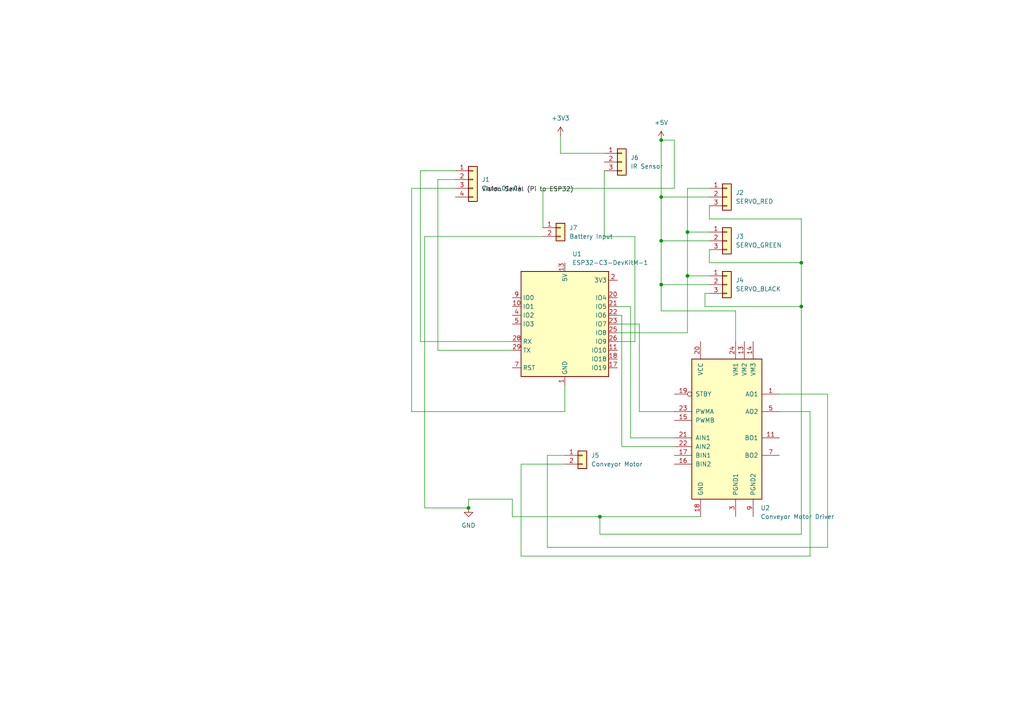
<source format=kicad_sch>
(kicad_sch
	(version 20250114)
	(generator "eeschema")
	(generator_version "9.0")
	(uuid "2ea2981c-c268-4788-bc0e-786f41fd616f")
	(paper "A4")
	(lib_symbols
		(symbol "Connector_Generic:Conn_01x02"
			(pin_names
				(offset 1.016)
				(hide yes)
			)
			(exclude_from_sim no)
			(in_bom yes)
			(on_board yes)
			(property "Reference" "J"
				(at 0 2.54 0)
				(effects
					(font
						(size 1.27 1.27)
					)
				)
			)
			(property "Value" "Conn_01x02"
				(at 0 -5.08 0)
				(effects
					(font
						(size 1.27 1.27)
					)
				)
			)
			(property "Footprint" ""
				(at 0 0 0)
				(effects
					(font
						(size 1.27 1.27)
					)
					(hide yes)
				)
			)
			(property "Datasheet" "~"
				(at 0 0 0)
				(effects
					(font
						(size 1.27 1.27)
					)
					(hide yes)
				)
			)
			(property "Description" "Generic connector, single row, 01x02, script generated (kicad-library-utils/schlib/autogen/connector/)"
				(at 0 0 0)
				(effects
					(font
						(size 1.27 1.27)
					)
					(hide yes)
				)
			)
			(property "ki_keywords" "connector"
				(at 0 0 0)
				(effects
					(font
						(size 1.27 1.27)
					)
					(hide yes)
				)
			)
			(property "ki_fp_filters" "Connector*:*_1x??_*"
				(at 0 0 0)
				(effects
					(font
						(size 1.27 1.27)
					)
					(hide yes)
				)
			)
			(symbol "Conn_01x02_1_1"
				(rectangle
					(start -1.27 1.27)
					(end 1.27 -3.81)
					(stroke
						(width 0.254)
						(type default)
					)
					(fill
						(type background)
					)
				)
				(rectangle
					(start -1.27 0.127)
					(end 0 -0.127)
					(stroke
						(width 0.1524)
						(type default)
					)
					(fill
						(type none)
					)
				)
				(rectangle
					(start -1.27 -2.413)
					(end 0 -2.667)
					(stroke
						(width 0.1524)
						(type default)
					)
					(fill
						(type none)
					)
				)
				(pin passive line
					(at -5.08 0 0)
					(length 3.81)
					(name "Pin_1"
						(effects
							(font
								(size 1.27 1.27)
							)
						)
					)
					(number "1"
						(effects
							(font
								(size 1.27 1.27)
							)
						)
					)
				)
				(pin passive line
					(at -5.08 -2.54 0)
					(length 3.81)
					(name "Pin_2"
						(effects
							(font
								(size 1.27 1.27)
							)
						)
					)
					(number "2"
						(effects
							(font
								(size 1.27 1.27)
							)
						)
					)
				)
			)
			(embedded_fonts no)
		)
		(symbol "Connector_Generic:Conn_01x03"
			(pin_names
				(offset 1.016)
				(hide yes)
			)
			(exclude_from_sim no)
			(in_bom yes)
			(on_board yes)
			(property "Reference" "J"
				(at 0 5.08 0)
				(effects
					(font
						(size 1.27 1.27)
					)
				)
			)
			(property "Value" "Conn_01x03"
				(at 0 -5.08 0)
				(effects
					(font
						(size 1.27 1.27)
					)
				)
			)
			(property "Footprint" ""
				(at 0 0 0)
				(effects
					(font
						(size 1.27 1.27)
					)
					(hide yes)
				)
			)
			(property "Datasheet" "~"
				(at 0 0 0)
				(effects
					(font
						(size 1.27 1.27)
					)
					(hide yes)
				)
			)
			(property "Description" "Generic connector, single row, 01x03, script generated (kicad-library-utils/schlib/autogen/connector/)"
				(at 0 0 0)
				(effects
					(font
						(size 1.27 1.27)
					)
					(hide yes)
				)
			)
			(property "ki_keywords" "connector"
				(at 0 0 0)
				(effects
					(font
						(size 1.27 1.27)
					)
					(hide yes)
				)
			)
			(property "ki_fp_filters" "Connector*:*_1x??_*"
				(at 0 0 0)
				(effects
					(font
						(size 1.27 1.27)
					)
					(hide yes)
				)
			)
			(symbol "Conn_01x03_1_1"
				(rectangle
					(start -1.27 3.81)
					(end 1.27 -3.81)
					(stroke
						(width 0.254)
						(type default)
					)
					(fill
						(type background)
					)
				)
				(rectangle
					(start -1.27 2.667)
					(end 0 2.413)
					(stroke
						(width 0.1524)
						(type default)
					)
					(fill
						(type none)
					)
				)
				(rectangle
					(start -1.27 0.127)
					(end 0 -0.127)
					(stroke
						(width 0.1524)
						(type default)
					)
					(fill
						(type none)
					)
				)
				(rectangle
					(start -1.27 -2.413)
					(end 0 -2.667)
					(stroke
						(width 0.1524)
						(type default)
					)
					(fill
						(type none)
					)
				)
				(pin passive line
					(at -5.08 2.54 0)
					(length 3.81)
					(name "Pin_1"
						(effects
							(font
								(size 1.27 1.27)
							)
						)
					)
					(number "1"
						(effects
							(font
								(size 1.27 1.27)
							)
						)
					)
				)
				(pin passive line
					(at -5.08 0 0)
					(length 3.81)
					(name "Pin_2"
						(effects
							(font
								(size 1.27 1.27)
							)
						)
					)
					(number "2"
						(effects
							(font
								(size 1.27 1.27)
							)
						)
					)
				)
				(pin passive line
					(at -5.08 -2.54 0)
					(length 3.81)
					(name "Pin_3"
						(effects
							(font
								(size 1.27 1.27)
							)
						)
					)
					(number "3"
						(effects
							(font
								(size 1.27 1.27)
							)
						)
					)
				)
			)
			(embedded_fonts no)
		)
		(symbol "Connector_Generic:Conn_01x04"
			(pin_names
				(offset 1.016)
				(hide yes)
			)
			(exclude_from_sim no)
			(in_bom yes)
			(on_board yes)
			(property "Reference" "J"
				(at 0 5.08 0)
				(effects
					(font
						(size 1.27 1.27)
					)
				)
			)
			(property "Value" "Conn_01x04"
				(at 0 -7.62 0)
				(effects
					(font
						(size 1.27 1.27)
					)
				)
			)
			(property "Footprint" ""
				(at 0 0 0)
				(effects
					(font
						(size 1.27 1.27)
					)
					(hide yes)
				)
			)
			(property "Datasheet" "~"
				(at 0 0 0)
				(effects
					(font
						(size 1.27 1.27)
					)
					(hide yes)
				)
			)
			(property "Description" "Generic connector, single row, 01x04, script generated (kicad-library-utils/schlib/autogen/connector/)"
				(at 0 0 0)
				(effects
					(font
						(size 1.27 1.27)
					)
					(hide yes)
				)
			)
			(property "ki_keywords" "connector"
				(at 0 0 0)
				(effects
					(font
						(size 1.27 1.27)
					)
					(hide yes)
				)
			)
			(property "ki_fp_filters" "Connector*:*_1x??_*"
				(at 0 0 0)
				(effects
					(font
						(size 1.27 1.27)
					)
					(hide yes)
				)
			)
			(symbol "Conn_01x04_1_1"
				(rectangle
					(start -1.27 3.81)
					(end 1.27 -6.35)
					(stroke
						(width 0.254)
						(type default)
					)
					(fill
						(type background)
					)
				)
				(rectangle
					(start -1.27 2.667)
					(end 0 2.413)
					(stroke
						(width 0.1524)
						(type default)
					)
					(fill
						(type none)
					)
				)
				(rectangle
					(start -1.27 0.127)
					(end 0 -0.127)
					(stroke
						(width 0.1524)
						(type default)
					)
					(fill
						(type none)
					)
				)
				(rectangle
					(start -1.27 -2.413)
					(end 0 -2.667)
					(stroke
						(width 0.1524)
						(type default)
					)
					(fill
						(type none)
					)
				)
				(rectangle
					(start -1.27 -4.953)
					(end 0 -5.207)
					(stroke
						(width 0.1524)
						(type default)
					)
					(fill
						(type none)
					)
				)
				(pin passive line
					(at -5.08 2.54 0)
					(length 3.81)
					(name "Pin_1"
						(effects
							(font
								(size 1.27 1.27)
							)
						)
					)
					(number "1"
						(effects
							(font
								(size 1.27 1.27)
							)
						)
					)
				)
				(pin passive line
					(at -5.08 0 0)
					(length 3.81)
					(name "Pin_2"
						(effects
							(font
								(size 1.27 1.27)
							)
						)
					)
					(number "2"
						(effects
							(font
								(size 1.27 1.27)
							)
						)
					)
				)
				(pin passive line
					(at -5.08 -2.54 0)
					(length 3.81)
					(name "Pin_3"
						(effects
							(font
								(size 1.27 1.27)
							)
						)
					)
					(number "3"
						(effects
							(font
								(size 1.27 1.27)
							)
						)
					)
				)
				(pin passive line
					(at -5.08 -5.08 0)
					(length 3.81)
					(name "Pin_4"
						(effects
							(font
								(size 1.27 1.27)
							)
						)
					)
					(number "4"
						(effects
							(font
								(size 1.27 1.27)
							)
						)
					)
				)
			)
			(embedded_fonts no)
		)
		(symbol "Driver_Motor:TB6612FNG"
			(pin_names
				(offset 1.016)
			)
			(exclude_from_sim no)
			(in_bom yes)
			(on_board yes)
			(property "Reference" "U"
				(at 11.43 17.78 0)
				(effects
					(font
						(size 1.27 1.27)
					)
					(justify left)
				)
			)
			(property "Value" "TB6612FNG"
				(at 11.43 15.24 0)
				(effects
					(font
						(size 1.27 1.27)
					)
					(justify left)
				)
			)
			(property "Footprint" "Package_SO:SSOP-24_5.3x8.2mm_P0.65mm"
				(at 33.02 -22.86 0)
				(effects
					(font
						(size 1.27 1.27)
					)
					(hide yes)
				)
			)
			(property "Datasheet" "https://toshiba.semicon-storage.com/us/product/linear/motordriver/detail.TB6612FNG.html"
				(at 11.43 15.24 0)
				(effects
					(font
						(size 1.27 1.27)
					)
					(hide yes)
				)
			)
			(property "Description" "Driver IC for Dual DC motor, SSOP-24"
				(at 0 0 0)
				(effects
					(font
						(size 1.27 1.27)
					)
					(hide yes)
				)
			)
			(property "ki_keywords" "H-bridge motor driver"
				(at 0 0 0)
				(effects
					(font
						(size 1.27 1.27)
					)
					(hide yes)
				)
			)
			(property "ki_fp_filters" "SSOP*5.3x8.2mm*P0.65mm*"
				(at 0 0 0)
				(effects
					(font
						(size 1.27 1.27)
					)
					(hide yes)
				)
			)
			(symbol "TB6612FNG_0_1"
				(rectangle
					(start -10.16 20.32)
					(end 10.16 -20.32)
					(stroke
						(width 0.254)
						(type default)
					)
					(fill
						(type background)
					)
				)
			)
			(symbol "TB6612FNG_1_1"
				(pin input inverted
					(at -15.24 10.16 0)
					(length 5.08)
					(name "STBY"
						(effects
							(font
								(size 1.27 1.27)
							)
						)
					)
					(number "19"
						(effects
							(font
								(size 1.27 1.27)
							)
						)
					)
				)
				(pin input line
					(at -15.24 5.08 0)
					(length 5.08)
					(name "PWMA"
						(effects
							(font
								(size 1.27 1.27)
							)
						)
					)
					(number "23"
						(effects
							(font
								(size 1.27 1.27)
							)
						)
					)
				)
				(pin input line
					(at -15.24 2.54 0)
					(length 5.08)
					(name "PWMB"
						(effects
							(font
								(size 1.27 1.27)
							)
						)
					)
					(number "15"
						(effects
							(font
								(size 1.27 1.27)
							)
						)
					)
				)
				(pin input line
					(at -15.24 -2.54 0)
					(length 5.08)
					(name "AIN1"
						(effects
							(font
								(size 1.27 1.27)
							)
						)
					)
					(number "21"
						(effects
							(font
								(size 1.27 1.27)
							)
						)
					)
				)
				(pin input line
					(at -15.24 -5.08 0)
					(length 5.08)
					(name "AIN2"
						(effects
							(font
								(size 1.27 1.27)
							)
						)
					)
					(number "22"
						(effects
							(font
								(size 1.27 1.27)
							)
						)
					)
				)
				(pin input line
					(at -15.24 -7.62 0)
					(length 5.08)
					(name "BIN1"
						(effects
							(font
								(size 1.27 1.27)
							)
						)
					)
					(number "17"
						(effects
							(font
								(size 1.27 1.27)
							)
						)
					)
				)
				(pin input line
					(at -15.24 -10.16 0)
					(length 5.08)
					(name "BIN2"
						(effects
							(font
								(size 1.27 1.27)
							)
						)
					)
					(number "16"
						(effects
							(font
								(size 1.27 1.27)
							)
						)
					)
				)
				(pin power_in line
					(at -7.62 25.4 270)
					(length 5.08)
					(name "VCC"
						(effects
							(font
								(size 1.27 1.27)
							)
						)
					)
					(number "20"
						(effects
							(font
								(size 1.27 1.27)
							)
						)
					)
				)
				(pin power_in line
					(at -7.62 -25.4 90)
					(length 5.08)
					(name "GND"
						(effects
							(font
								(size 1.27 1.27)
							)
						)
					)
					(number "18"
						(effects
							(font
								(size 1.27 1.27)
							)
						)
					)
				)
				(pin power_in line
					(at 2.54 25.4 270)
					(length 5.08)
					(name "VM1"
						(effects
							(font
								(size 1.27 1.27)
							)
						)
					)
					(number "24"
						(effects
							(font
								(size 1.27 1.27)
							)
						)
					)
				)
				(pin power_in line
					(at 2.54 -25.4 90)
					(length 5.08)
					(name "PGND1"
						(effects
							(font
								(size 1.27 1.27)
							)
						)
					)
					(number "3"
						(effects
							(font
								(size 1.27 1.27)
							)
						)
					)
				)
				(pin passive line
					(at 2.54 -25.4 90)
					(length 5.08)
					(hide yes)
					(name "PGND1"
						(effects
							(font
								(size 1.27 1.27)
							)
						)
					)
					(number "4"
						(effects
							(font
								(size 1.27 1.27)
							)
						)
					)
				)
				(pin power_in line
					(at 5.08 25.4 270)
					(length 5.08)
					(name "VM2"
						(effects
							(font
								(size 1.27 1.27)
							)
						)
					)
					(number "13"
						(effects
							(font
								(size 1.27 1.27)
							)
						)
					)
				)
				(pin power_in line
					(at 7.62 25.4 270)
					(length 5.08)
					(name "VM3"
						(effects
							(font
								(size 1.27 1.27)
							)
						)
					)
					(number "14"
						(effects
							(font
								(size 1.27 1.27)
							)
						)
					)
				)
				(pin passive line
					(at 7.62 -25.4 90)
					(length 5.08)
					(hide yes)
					(name "PGND2"
						(effects
							(font
								(size 1.27 1.27)
							)
						)
					)
					(number "10"
						(effects
							(font
								(size 1.27 1.27)
							)
						)
					)
				)
				(pin power_in line
					(at 7.62 -25.4 90)
					(length 5.08)
					(name "PGND2"
						(effects
							(font
								(size 1.27 1.27)
							)
						)
					)
					(number "9"
						(effects
							(font
								(size 1.27 1.27)
							)
						)
					)
				)
				(pin output line
					(at 15.24 10.16 180)
					(length 5.08)
					(name "AO1"
						(effects
							(font
								(size 1.27 1.27)
							)
						)
					)
					(number "1"
						(effects
							(font
								(size 1.27 1.27)
							)
						)
					)
				)
				(pin passive line
					(at 15.24 10.16 180)
					(length 5.08)
					(hide yes)
					(name "AO1"
						(effects
							(font
								(size 1.27 1.27)
							)
						)
					)
					(number "2"
						(effects
							(font
								(size 1.27 1.27)
							)
						)
					)
				)
				(pin output line
					(at 15.24 5.08 180)
					(length 5.08)
					(name "AO2"
						(effects
							(font
								(size 1.27 1.27)
							)
						)
					)
					(number "5"
						(effects
							(font
								(size 1.27 1.27)
							)
						)
					)
				)
				(pin passive line
					(at 15.24 5.08 180)
					(length 5.08)
					(hide yes)
					(name "AO2"
						(effects
							(font
								(size 1.27 1.27)
							)
						)
					)
					(number "6"
						(effects
							(font
								(size 1.27 1.27)
							)
						)
					)
				)
				(pin output line
					(at 15.24 -2.54 180)
					(length 5.08)
					(name "BO1"
						(effects
							(font
								(size 1.27 1.27)
							)
						)
					)
					(number "11"
						(effects
							(font
								(size 1.27 1.27)
							)
						)
					)
				)
				(pin passive line
					(at 15.24 -2.54 180)
					(length 5.08)
					(hide yes)
					(name "BO1"
						(effects
							(font
								(size 1.27 1.27)
							)
						)
					)
					(number "12"
						(effects
							(font
								(size 1.27 1.27)
							)
						)
					)
				)
				(pin output line
					(at 15.24 -7.62 180)
					(length 5.08)
					(name "BO2"
						(effects
							(font
								(size 1.27 1.27)
							)
						)
					)
					(number "7"
						(effects
							(font
								(size 1.27 1.27)
							)
						)
					)
				)
				(pin passive line
					(at 15.24 -7.62 180)
					(length 5.08)
					(hide yes)
					(name "BO2"
						(effects
							(font
								(size 1.27 1.27)
							)
						)
					)
					(number "8"
						(effects
							(font
								(size 1.27 1.27)
							)
						)
					)
				)
			)
			(embedded_fonts no)
		)
		(symbol "RF_Module:ESP32-C3-DevKitM-1"
			(exclude_from_sim no)
			(in_bom yes)
			(on_board yes)
			(property "Reference" "U"
				(at 7.62 16.51 0)
				(effects
					(font
						(size 1.27 1.27)
					)
				)
			)
			(property "Value" "ESP32-C3-DevKitM-1"
				(at 11.684 -16.764 0)
				(effects
					(font
						(size 1.27 1.27)
					)
				)
			)
			(property "Footprint" "RF_Module:ESP32-C3-DevKitM-1"
				(at 0 -25.4 0)
				(effects
					(font
						(size 1.27 1.27)
					)
					(hide yes)
				)
			)
			(property "Datasheet" "https://docs.espressif.com/projects/esp-idf/en/latest/esp32c3/hw-reference/esp32c3/user-guide-devkitm-1.html"
				(at 0 -30.48 0)
				(effects
					(font
						(size 1.27 1.27)
					)
					(hide yes)
				)
			)
			(property "Description" "Development board featuring ESP32-C3-MINI-1 module"
				(at 0 -27.94 0)
				(effects
					(font
						(size 1.27 1.27)
					)
					(hide yes)
				)
			)
			(property "ki_keywords" "riscv wifi bluetooth ble"
				(at 0 0 0)
				(effects
					(font
						(size 1.27 1.27)
					)
					(hide yes)
				)
			)
			(property "ki_fp_filters" "*ESP32?C3?DevKitM?1*"
				(at 0 0 0)
				(effects
					(font
						(size 1.27 1.27)
					)
					(hide yes)
				)
			)
			(symbol "ESP32-C3-DevKitM-1_1_1"
				(rectangle
					(start -12.7 15.24)
					(end 12.7 -15.24)
					(stroke
						(width 0.254)
						(type default)
					)
					(fill
						(type background)
					)
				)
				(pin bidirectional line
					(at -15.24 7.62 0)
					(length 2.54)
					(name "IO0"
						(effects
							(font
								(size 1.27 1.27)
							)
						)
					)
					(number "9"
						(effects
							(font
								(size 1.27 1.27)
							)
						)
					)
					(alternate "ADC1_CH0" passive line)
					(alternate "XTAL_32K_P" passive line)
				)
				(pin bidirectional line
					(at -15.24 5.08 0)
					(length 2.54)
					(name "IO1"
						(effects
							(font
								(size 1.27 1.27)
							)
						)
					)
					(number "10"
						(effects
							(font
								(size 1.27 1.27)
							)
						)
					)
					(alternate "ADC1_CH1" passive line)
					(alternate "XTAL_32K_N" passive line)
				)
				(pin bidirectional line
					(at -15.24 2.54 0)
					(length 2.54)
					(name "IO2"
						(effects
							(font
								(size 1.27 1.27)
							)
						)
					)
					(number "4"
						(effects
							(font
								(size 1.27 1.27)
							)
						)
					)
					(alternate "ADC1_CH0" passive line)
					(alternate "FSPIQ" passive line)
				)
				(pin bidirectional line
					(at -15.24 0 0)
					(length 2.54)
					(name "IO3"
						(effects
							(font
								(size 1.27 1.27)
							)
						)
					)
					(number "5"
						(effects
							(font
								(size 1.27 1.27)
							)
						)
					)
					(alternate "ADC1_CH3" passive line)
				)
				(pin input line
					(at -15.24 -5.08 0)
					(length 2.54)
					(name "RX"
						(effects
							(font
								(size 1.27 1.27)
							)
						)
					)
					(number "28"
						(effects
							(font
								(size 1.27 1.27)
							)
						)
					)
					(alternate "IO20" passive line)
				)
				(pin output line
					(at -15.24 -7.62 0)
					(length 2.54)
					(name "TX"
						(effects
							(font
								(size 1.27 1.27)
							)
						)
					)
					(number "29"
						(effects
							(font
								(size 1.27 1.27)
							)
						)
					)
					(alternate "IO21" passive line)
				)
				(pin input line
					(at -15.24 -12.7 0)
					(length 2.54)
					(name "RST"
						(effects
							(font
								(size 1.27 1.27)
							)
						)
					)
					(number "7"
						(effects
							(font
								(size 1.27 1.27)
							)
						)
					)
				)
				(pin passive line
					(at 0 17.78 270)
					(length 2.54)
					(name "5V"
						(effects
							(font
								(size 1.27 1.27)
							)
						)
					)
					(number "13"
						(effects
							(font
								(size 1.27 1.27)
							)
						)
					)
				)
				(pin passive line
					(at 0 17.78 270)
					(length 2.54)
					(hide yes)
					(name "5V"
						(effects
							(font
								(size 1.27 1.27)
							)
						)
					)
					(number "14"
						(effects
							(font
								(size 1.27 1.27)
							)
						)
					)
				)
				(pin power_in line
					(at 0 -17.78 90)
					(length 2.54)
					(name "GND"
						(effects
							(font
								(size 1.27 1.27)
							)
						)
					)
					(number "1"
						(effects
							(font
								(size 1.27 1.27)
							)
						)
					)
				)
				(pin passive line
					(at 0 -17.78 90)
					(length 2.54)
					(hide yes)
					(name "GND"
						(effects
							(font
								(size 1.27 1.27)
							)
						)
					)
					(number "12"
						(effects
							(font
								(size 1.27 1.27)
							)
						)
					)
				)
				(pin passive line
					(at 0 -17.78 90)
					(length 2.54)
					(hide yes)
					(name "GND"
						(effects
							(font
								(size 1.27 1.27)
							)
						)
					)
					(number "15"
						(effects
							(font
								(size 1.27 1.27)
							)
						)
					)
				)
				(pin passive line
					(at 0 -17.78 90)
					(length 2.54)
					(hide yes)
					(name "GND"
						(effects
							(font
								(size 1.27 1.27)
							)
						)
					)
					(number "16"
						(effects
							(font
								(size 1.27 1.27)
							)
						)
					)
				)
				(pin passive line
					(at 0 -17.78 90)
					(length 2.54)
					(hide yes)
					(name "GND"
						(effects
							(font
								(size 1.27 1.27)
							)
						)
					)
					(number "19"
						(effects
							(font
								(size 1.27 1.27)
							)
						)
					)
				)
				(pin passive line
					(at 0 -17.78 90)
					(length 2.54)
					(hide yes)
					(name "GND"
						(effects
							(font
								(size 1.27 1.27)
							)
						)
					)
					(number "24"
						(effects
							(font
								(size 1.27 1.27)
							)
						)
					)
				)
				(pin passive line
					(at 0 -17.78 90)
					(length 2.54)
					(hide yes)
					(name "GND"
						(effects
							(font
								(size 1.27 1.27)
							)
						)
					)
					(number "27"
						(effects
							(font
								(size 1.27 1.27)
							)
						)
					)
				)
				(pin passive line
					(at 0 -17.78 90)
					(length 2.54)
					(hide yes)
					(name "GND"
						(effects
							(font
								(size 1.27 1.27)
							)
						)
					)
					(number "30"
						(effects
							(font
								(size 1.27 1.27)
							)
						)
					)
				)
				(pin passive line
					(at 0 -17.78 90)
					(length 2.54)
					(hide yes)
					(name "GND"
						(effects
							(font
								(size 1.27 1.27)
							)
						)
					)
					(number "6"
						(effects
							(font
								(size 1.27 1.27)
							)
						)
					)
				)
				(pin passive line
					(at 0 -17.78 90)
					(length 2.54)
					(hide yes)
					(name "GND"
						(effects
							(font
								(size 1.27 1.27)
							)
						)
					)
					(number "8"
						(effects
							(font
								(size 1.27 1.27)
							)
						)
					)
				)
				(pin power_out line
					(at 15.24 12.7 180)
					(length 2.54)
					(name "3V3"
						(effects
							(font
								(size 1.27 1.27)
							)
						)
					)
					(number "2"
						(effects
							(font
								(size 1.27 1.27)
							)
						)
					)
				)
				(pin passive line
					(at 15.24 12.7 180)
					(length 2.54)
					(hide yes)
					(name "3V3"
						(effects
							(font
								(size 1.27 1.27)
							)
						)
					)
					(number "3"
						(effects
							(font
								(size 1.27 1.27)
							)
						)
					)
				)
				(pin bidirectional line
					(at 15.24 7.62 180)
					(length 2.54)
					(name "IO4"
						(effects
							(font
								(size 1.27 1.27)
							)
						)
					)
					(number "20"
						(effects
							(font
								(size 1.27 1.27)
							)
						)
					)
					(alternate "ADC1_CH4" passive line)
					(alternate "FSPIHD" passive line)
					(alternate "MTMS" passive line)
				)
				(pin bidirectional line
					(at 15.24 5.08 180)
					(length 2.54)
					(name "IO5"
						(effects
							(font
								(size 1.27 1.27)
							)
						)
					)
					(number "21"
						(effects
							(font
								(size 1.27 1.27)
							)
						)
					)
					(alternate "ADC2_CH0" passive line)
					(alternate "FSPIWP" passive line)
					(alternate "MTDI" passive line)
				)
				(pin bidirectional line
					(at 15.24 2.54 180)
					(length 2.54)
					(name "IO6"
						(effects
							(font
								(size 1.27 1.27)
							)
						)
					)
					(number "22"
						(effects
							(font
								(size 1.27 1.27)
							)
						)
					)
					(alternate "FSPICLK" passive line)
					(alternate "MTCK" passive line)
				)
				(pin bidirectional line
					(at 15.24 0 180)
					(length 2.54)
					(name "IO7"
						(effects
							(font
								(size 1.27 1.27)
							)
						)
					)
					(number "23"
						(effects
							(font
								(size 1.27 1.27)
							)
						)
					)
					(alternate "FSPID" passive line)
					(alternate "MTDO" passive line)
				)
				(pin bidirectional line
					(at 15.24 -2.54 180)
					(length 2.54)
					(name "IO8"
						(effects
							(font
								(size 1.27 1.27)
							)
						)
					)
					(number "25"
						(effects
							(font
								(size 1.27 1.27)
							)
						)
					)
				)
				(pin bidirectional line
					(at 15.24 -5.08 180)
					(length 2.54)
					(name "IO9"
						(effects
							(font
								(size 1.27 1.27)
							)
						)
					)
					(number "26"
						(effects
							(font
								(size 1.27 1.27)
							)
						)
					)
				)
				(pin bidirectional line
					(at 15.24 -7.62 180)
					(length 2.54)
					(name "IO10"
						(effects
							(font
								(size 1.27 1.27)
							)
						)
					)
					(number "11"
						(effects
							(font
								(size 1.27 1.27)
							)
						)
					)
					(alternate "FSPICS0" passive line)
				)
				(pin bidirectional line
					(at 15.24 -10.16 180)
					(length 2.54)
					(name "IO18"
						(effects
							(font
								(size 1.27 1.27)
							)
						)
					)
					(number "18"
						(effects
							(font
								(size 1.27 1.27)
							)
						)
					)
					(alternate "USB_D-" passive line)
				)
				(pin bidirectional line
					(at 15.24 -12.7 180)
					(length 2.54)
					(name "IO19"
						(effects
							(font
								(size 1.27 1.27)
							)
						)
					)
					(number "17"
						(effects
							(font
								(size 1.27 1.27)
							)
						)
					)
					(alternate "USB_D+" passive line)
				)
			)
			(embedded_fonts no)
		)
		(symbol "power:+3V3"
			(power)
			(pin_numbers
				(hide yes)
			)
			(pin_names
				(offset 0)
				(hide yes)
			)
			(exclude_from_sim no)
			(in_bom yes)
			(on_board yes)
			(property "Reference" "#PWR"
				(at 0 -3.81 0)
				(effects
					(font
						(size 1.27 1.27)
					)
					(hide yes)
				)
			)
			(property "Value" "+3V3"
				(at 0 3.556 0)
				(effects
					(font
						(size 1.27 1.27)
					)
				)
			)
			(property "Footprint" ""
				(at 0 0 0)
				(effects
					(font
						(size 1.27 1.27)
					)
					(hide yes)
				)
			)
			(property "Datasheet" ""
				(at 0 0 0)
				(effects
					(font
						(size 1.27 1.27)
					)
					(hide yes)
				)
			)
			(property "Description" "Power symbol creates a global label with name \"+3V3\""
				(at 0 0 0)
				(effects
					(font
						(size 1.27 1.27)
					)
					(hide yes)
				)
			)
			(property "ki_keywords" "global power"
				(at 0 0 0)
				(effects
					(font
						(size 1.27 1.27)
					)
					(hide yes)
				)
			)
			(symbol "+3V3_0_1"
				(polyline
					(pts
						(xy -0.762 1.27) (xy 0 2.54)
					)
					(stroke
						(width 0)
						(type default)
					)
					(fill
						(type none)
					)
				)
				(polyline
					(pts
						(xy 0 2.54) (xy 0.762 1.27)
					)
					(stroke
						(width 0)
						(type default)
					)
					(fill
						(type none)
					)
				)
				(polyline
					(pts
						(xy 0 0) (xy 0 2.54)
					)
					(stroke
						(width 0)
						(type default)
					)
					(fill
						(type none)
					)
				)
			)
			(symbol "+3V3_1_1"
				(pin power_in line
					(at 0 0 90)
					(length 0)
					(name "~"
						(effects
							(font
								(size 1.27 1.27)
							)
						)
					)
					(number "1"
						(effects
							(font
								(size 1.27 1.27)
							)
						)
					)
				)
			)
			(embedded_fonts no)
		)
		(symbol "power:+5V"
			(power)
			(pin_numbers
				(hide yes)
			)
			(pin_names
				(offset 0)
				(hide yes)
			)
			(exclude_from_sim no)
			(in_bom yes)
			(on_board yes)
			(property "Reference" "#PWR"
				(at 0 -3.81 0)
				(effects
					(font
						(size 1.27 1.27)
					)
					(hide yes)
				)
			)
			(property "Value" "+5V"
				(at 0 3.556 0)
				(effects
					(font
						(size 1.27 1.27)
					)
				)
			)
			(property "Footprint" ""
				(at 0 0 0)
				(effects
					(font
						(size 1.27 1.27)
					)
					(hide yes)
				)
			)
			(property "Datasheet" ""
				(at 0 0 0)
				(effects
					(font
						(size 1.27 1.27)
					)
					(hide yes)
				)
			)
			(property "Description" "Power symbol creates a global label with name \"+5V\""
				(at 0 0 0)
				(effects
					(font
						(size 1.27 1.27)
					)
					(hide yes)
				)
			)
			(property "ki_keywords" "global power"
				(at 0 0 0)
				(effects
					(font
						(size 1.27 1.27)
					)
					(hide yes)
				)
			)
			(symbol "+5V_0_1"
				(polyline
					(pts
						(xy -0.762 1.27) (xy 0 2.54)
					)
					(stroke
						(width 0)
						(type default)
					)
					(fill
						(type none)
					)
				)
				(polyline
					(pts
						(xy 0 2.54) (xy 0.762 1.27)
					)
					(stroke
						(width 0)
						(type default)
					)
					(fill
						(type none)
					)
				)
				(polyline
					(pts
						(xy 0 0) (xy 0 2.54)
					)
					(stroke
						(width 0)
						(type default)
					)
					(fill
						(type none)
					)
				)
			)
			(symbol "+5V_1_1"
				(pin power_in line
					(at 0 0 90)
					(length 0)
					(name "~"
						(effects
							(font
								(size 1.27 1.27)
							)
						)
					)
					(number "1"
						(effects
							(font
								(size 1.27 1.27)
							)
						)
					)
				)
			)
			(embedded_fonts no)
		)
		(symbol "power:GND"
			(power)
			(pin_numbers
				(hide yes)
			)
			(pin_names
				(offset 0)
				(hide yes)
			)
			(exclude_from_sim no)
			(in_bom yes)
			(on_board yes)
			(property "Reference" "#PWR"
				(at 0 -6.35 0)
				(effects
					(font
						(size 1.27 1.27)
					)
					(hide yes)
				)
			)
			(property "Value" "GND"
				(at 0 -3.81 0)
				(effects
					(font
						(size 1.27 1.27)
					)
				)
			)
			(property "Footprint" ""
				(at 0 0 0)
				(effects
					(font
						(size 1.27 1.27)
					)
					(hide yes)
				)
			)
			(property "Datasheet" ""
				(at 0 0 0)
				(effects
					(font
						(size 1.27 1.27)
					)
					(hide yes)
				)
			)
			(property "Description" "Power symbol creates a global label with name \"GND\" , ground"
				(at 0 0 0)
				(effects
					(font
						(size 1.27 1.27)
					)
					(hide yes)
				)
			)
			(property "ki_keywords" "global power"
				(at 0 0 0)
				(effects
					(font
						(size 1.27 1.27)
					)
					(hide yes)
				)
			)
			(symbol "GND_0_1"
				(polyline
					(pts
						(xy 0 0) (xy 0 -1.27) (xy 1.27 -1.27) (xy 0 -2.54) (xy -1.27 -1.27) (xy 0 -1.27)
					)
					(stroke
						(width 0)
						(type default)
					)
					(fill
						(type none)
					)
				)
			)
			(symbol "GND_1_1"
				(pin power_in line
					(at 0 0 270)
					(length 0)
					(name "~"
						(effects
							(font
								(size 1.27 1.27)
							)
						)
					)
					(number "1"
						(effects
							(font
								(size 1.27 1.27)
							)
						)
					)
				)
			)
			(embedded_fonts no)
		)
	)
	(junction
		(at 173.99 149.86)
		(diameter 0)
		(color 0 0 0 0)
		(uuid "157de53b-3983-4205-9d8b-5ae561ac5e37")
	)
	(junction
		(at 191.77 69.85)
		(diameter 0)
		(color 0 0 0 0)
		(uuid "3a46a247-b865-4f76-84ce-feb8abfe8268")
	)
	(junction
		(at 232.41 76.2)
		(diameter 0)
		(color 0 0 0 0)
		(uuid "5f369140-73a6-476e-b218-d4f10093ea89")
	)
	(junction
		(at 191.77 82.55)
		(diameter 0)
		(color 0 0 0 0)
		(uuid "6d94fad3-7651-43fd-a6e0-e2f8a54a77aa")
	)
	(junction
		(at 135.89 147.32)
		(diameter 0)
		(color 0 0 0 0)
		(uuid "80921b32-c81a-4014-9985-2c0ff46735f1")
	)
	(junction
		(at 191.77 40.64)
		(diameter 0)
		(color 0 0 0 0)
		(uuid "8a474cf6-4fd4-45b6-901b-faab786ec18b")
	)
	(junction
		(at 191.77 57.15)
		(diameter 0)
		(color 0 0 0 0)
		(uuid "8a69ecfb-7b33-433b-8601-32a069223d19")
	)
	(junction
		(at 199.39 80.01)
		(diameter 0)
		(color 0 0 0 0)
		(uuid "91bb3729-702c-4821-9780-b8dd947da629")
	)
	(junction
		(at 232.41 88.9)
		(diameter 0)
		(color 0 0 0 0)
		(uuid "a5e90fb0-7714-4824-9103-5c86e9d30277")
	)
	(junction
		(at 199.39 67.31)
		(diameter 0)
		(color 0 0 0 0)
		(uuid "f8ed806b-aeb0-49cf-93bd-0c2b65f256c5")
	)
	(wire
		(pts
			(xy 240.03 158.75) (xy 240.03 114.3)
		)
		(stroke
			(width 0)
			(type default)
		)
		(uuid "016490ab-2d84-4234-bc16-8534e9defe4a")
	)
	(wire
		(pts
			(xy 199.39 80.01) (xy 205.74 80.01)
		)
		(stroke
			(width 0)
			(type default)
		)
		(uuid "079d8f4e-6a28-4c14-a1e4-86e0bd9dbdb7")
	)
	(wire
		(pts
			(xy 180.34 129.54) (xy 180.34 91.44)
		)
		(stroke
			(width 0)
			(type default)
		)
		(uuid "0bb3adbe-fd62-440d-aa19-51df78f8c81b")
	)
	(wire
		(pts
			(xy 232.41 76.2) (xy 232.41 88.9)
		)
		(stroke
			(width 0)
			(type default)
		)
		(uuid "0d0d02bc-3494-4baa-97f5-2566a540db1c")
	)
	(wire
		(pts
			(xy 157.48 66.04) (xy 157.48 54.61)
		)
		(stroke
			(width 0)
			(type default)
		)
		(uuid "11208e4e-d6e9-4949-8d8c-f3ab21960a73")
	)
	(wire
		(pts
			(xy 232.41 63.5) (xy 232.41 76.2)
		)
		(stroke
			(width 0)
			(type default)
		)
		(uuid "11487668-9490-4590-ba8c-4f8ea3abad00")
	)
	(wire
		(pts
			(xy 191.77 82.55) (xy 191.77 90.17)
		)
		(stroke
			(width 0)
			(type default)
		)
		(uuid "117d7790-876e-4831-9d15-7a5ab81ca60e")
	)
	(wire
		(pts
			(xy 232.41 88.9) (xy 232.41 154.94)
		)
		(stroke
			(width 0)
			(type default)
		)
		(uuid "11c5f08d-9c7e-417d-b5e3-e43866d725ea")
	)
	(wire
		(pts
			(xy 191.77 69.85) (xy 205.74 69.85)
		)
		(stroke
			(width 0)
			(type default)
		)
		(uuid "13c30a4a-6643-4a8e-9582-5990f4ff0066")
	)
	(wire
		(pts
			(xy 158.75 132.08) (xy 158.75 158.75)
		)
		(stroke
			(width 0)
			(type default)
		)
		(uuid "175c0392-9787-4eed-9546-14923cd99a92")
	)
	(wire
		(pts
			(xy 163.83 132.08) (xy 158.75 132.08)
		)
		(stroke
			(width 0)
			(type default)
		)
		(uuid "26177f6b-7998-4948-8755-76e64ceebb26")
	)
	(wire
		(pts
			(xy 191.77 69.85) (xy 191.77 57.15)
		)
		(stroke
			(width 0)
			(type default)
		)
		(uuid "2d1fae6d-e549-4298-a63f-b7c2696b6086")
	)
	(wire
		(pts
			(xy 232.41 154.94) (xy 173.99 154.94)
		)
		(stroke
			(width 0)
			(type default)
		)
		(uuid "2ecadccf-b778-422d-8f37-6e5b4dde8ca7")
	)
	(wire
		(pts
			(xy 185.42 93.98) (xy 179.07 93.98)
		)
		(stroke
			(width 0)
			(type default)
		)
		(uuid "2fa6b2ae-58d5-4002-bc65-086509ebe35c")
	)
	(wire
		(pts
			(xy 199.39 96.52) (xy 179.07 96.52)
		)
		(stroke
			(width 0)
			(type default)
		)
		(uuid "3230d5ff-5b7c-4880-aff2-68a902089645")
	)
	(wire
		(pts
			(xy 163.83 134.62) (xy 151.13 134.62)
		)
		(stroke
			(width 0)
			(type default)
		)
		(uuid "33e4eb8d-62e3-4755-903e-8d39181b5b27")
	)
	(wire
		(pts
			(xy 173.99 154.94) (xy 173.99 149.86)
		)
		(stroke
			(width 0)
			(type default)
		)
		(uuid "39423788-b69b-4e28-b650-ff0f5f707b10")
	)
	(wire
		(pts
			(xy 184.15 99.06) (xy 179.07 99.06)
		)
		(stroke
			(width 0)
			(type default)
		)
		(uuid "3b9a4802-bc58-4e62-9981-06b995b8305b")
	)
	(wire
		(pts
			(xy 182.88 127) (xy 182.88 88.9)
		)
		(stroke
			(width 0)
			(type default)
		)
		(uuid "3f1c8c79-8230-4812-a2e8-2a3476373312")
	)
	(wire
		(pts
			(xy 121.92 99.06) (xy 148.59 99.06)
		)
		(stroke
			(width 0)
			(type default)
		)
		(uuid "44d053a5-4d27-41c8-8aab-4bf5ca2195ba")
	)
	(wire
		(pts
			(xy 123.19 147.32) (xy 135.89 147.32)
		)
		(stroke
			(width 0)
			(type default)
		)
		(uuid "5026caf8-b69b-4c2a-a366-fb09df9b279a")
	)
	(wire
		(pts
			(xy 151.13 161.29) (xy 234.95 161.29)
		)
		(stroke
			(width 0)
			(type default)
		)
		(uuid "50db795a-1040-4473-93d2-25cfc4cc4c92")
	)
	(wire
		(pts
			(xy 127 101.6) (xy 148.59 101.6)
		)
		(stroke
			(width 0)
			(type default)
		)
		(uuid "54b5de72-dc78-4ab7-88d4-c6e060400777")
	)
	(wire
		(pts
			(xy 148.59 149.86) (xy 148.59 144.78)
		)
		(stroke
			(width 0)
			(type default)
		)
		(uuid "56dad917-7a80-4c6c-a053-901cab84ad70")
	)
	(wire
		(pts
			(xy 240.03 114.3) (xy 226.06 114.3)
		)
		(stroke
			(width 0)
			(type default)
		)
		(uuid "6557e43a-110e-4901-ac35-9ab9c334ec57")
	)
	(wire
		(pts
			(xy 213.36 99.06) (xy 213.36 90.17)
		)
		(stroke
			(width 0)
			(type default)
		)
		(uuid "67702d57-54e7-4791-9bd2-2f83662932a2")
	)
	(wire
		(pts
			(xy 203.2 149.86) (xy 173.99 149.86)
		)
		(stroke
			(width 0)
			(type default)
		)
		(uuid "68567482-d255-4802-8828-b1a9daf992bb")
	)
	(wire
		(pts
			(xy 119.38 119.38) (xy 163.83 119.38)
		)
		(stroke
			(width 0)
			(type default)
		)
		(uuid "6a122479-8d4a-430c-832b-01dcce1e89cc")
	)
	(wire
		(pts
			(xy 191.77 57.15) (xy 205.74 57.15)
		)
		(stroke
			(width 0)
			(type default)
		)
		(uuid "6af54b17-7d1f-45ba-8006-abcda67a6b12")
	)
	(wire
		(pts
			(xy 205.74 85.09) (xy 204.47 85.09)
		)
		(stroke
			(width 0)
			(type default)
		)
		(uuid "6af5d043-9e08-44a0-b113-8666eb3be397")
	)
	(wire
		(pts
			(xy 163.83 119.38) (xy 163.83 111.76)
		)
		(stroke
			(width 0)
			(type default)
		)
		(uuid "6f7f18f0-2d52-4b74-9ec2-875f8b080a9c")
	)
	(wire
		(pts
			(xy 132.08 54.61) (xy 119.38 54.61)
		)
		(stroke
			(width 0)
			(type default)
		)
		(uuid "6f9e46ec-86e5-42f9-89e2-66e172e48ff5")
	)
	(wire
		(pts
			(xy 175.26 44.45) (xy 162.56 44.45)
		)
		(stroke
			(width 0)
			(type default)
		)
		(uuid "70af7aec-6bc9-4f80-82b7-123d3cb98805")
	)
	(wire
		(pts
			(xy 175.26 49.53) (xy 175.26 68.58)
		)
		(stroke
			(width 0)
			(type default)
		)
		(uuid "71d9a21c-8c7c-46e2-8cb4-f40679374374")
	)
	(wire
		(pts
			(xy 191.77 57.15) (xy 191.77 40.64)
		)
		(stroke
			(width 0)
			(type default)
		)
		(uuid "735675b9-589d-426d-ae85-540c3eeb6fb4")
	)
	(wire
		(pts
			(xy 199.39 54.61) (xy 199.39 67.31)
		)
		(stroke
			(width 0)
			(type default)
		)
		(uuid "75a80ea8-aa6a-4ac5-9bbb-c7404d0f8653")
	)
	(wire
		(pts
			(xy 195.58 129.54) (xy 180.34 129.54)
		)
		(stroke
			(width 0)
			(type default)
		)
		(uuid "76a5f740-962d-4874-a93c-b4ebf9f9d540")
	)
	(wire
		(pts
			(xy 205.74 72.39) (xy 205.74 76.2)
		)
		(stroke
			(width 0)
			(type default)
		)
		(uuid "79aabc92-aa47-4a82-a15b-37ef792cdd5c")
	)
	(wire
		(pts
			(xy 119.38 54.61) (xy 119.38 119.38)
		)
		(stroke
			(width 0)
			(type default)
		)
		(uuid "7acbea69-f42c-4559-98ad-e796487e705c")
	)
	(wire
		(pts
			(xy 180.34 91.44) (xy 179.07 91.44)
		)
		(stroke
			(width 0)
			(type default)
		)
		(uuid "7b054863-8287-4927-a3af-3c8d954e6537")
	)
	(wire
		(pts
			(xy 213.36 90.17) (xy 191.77 90.17)
		)
		(stroke
			(width 0)
			(type default)
		)
		(uuid "7b11c2b0-78b2-4223-83d1-412960dd6fc5")
	)
	(wire
		(pts
			(xy 234.95 119.38) (xy 226.06 119.38)
		)
		(stroke
			(width 0)
			(type default)
		)
		(uuid "80565ffd-acb8-43bc-b451-99ecc08f0ade")
	)
	(wire
		(pts
			(xy 173.99 149.86) (xy 148.59 149.86)
		)
		(stroke
			(width 0)
			(type default)
		)
		(uuid "80a84ca0-2a4e-4038-9fba-bb44a7e104e1")
	)
	(wire
		(pts
			(xy 199.39 67.31) (xy 199.39 80.01)
		)
		(stroke
			(width 0)
			(type default)
		)
		(uuid "81ab795e-67c8-49ee-9c9c-f87b77851ab2")
	)
	(wire
		(pts
			(xy 199.39 80.01) (xy 199.39 96.52)
		)
		(stroke
			(width 0)
			(type default)
		)
		(uuid "929c8e1e-2f0f-4669-9b09-d6f19cb8339d")
	)
	(wire
		(pts
			(xy 205.74 63.5) (xy 232.41 63.5)
		)
		(stroke
			(width 0)
			(type default)
		)
		(uuid "931f58a0-c96e-4aa1-8bba-226a57e55668")
	)
	(wire
		(pts
			(xy 135.89 144.78) (xy 135.89 147.32)
		)
		(stroke
			(width 0)
			(type default)
		)
		(uuid "9978594b-8a6a-4974-a87d-2191858f5e21")
	)
	(wire
		(pts
			(xy 182.88 88.9) (xy 179.07 88.9)
		)
		(stroke
			(width 0)
			(type default)
		)
		(uuid "9a42c781-8367-47a4-83b2-6548ee9d7620")
	)
	(wire
		(pts
			(xy 162.56 44.45) (xy 162.56 39.37)
		)
		(stroke
			(width 0)
			(type default)
		)
		(uuid "9dd7af80-2e52-4e27-a580-fe8f7d7c28e0")
	)
	(wire
		(pts
			(xy 205.74 76.2) (xy 232.41 76.2)
		)
		(stroke
			(width 0)
			(type default)
		)
		(uuid "a3058465-cd03-410c-9660-fc13d1b4ad65")
	)
	(wire
		(pts
			(xy 132.08 49.53) (xy 121.92 49.53)
		)
		(stroke
			(width 0)
			(type default)
		)
		(uuid "a35c8bf1-bc68-4806-b758-3f4e28928f83")
	)
	(wire
		(pts
			(xy 157.48 68.58) (xy 123.19 68.58)
		)
		(stroke
			(width 0)
			(type default)
		)
		(uuid "a38ee6d2-d691-411b-96ce-46b02c387667")
	)
	(wire
		(pts
			(xy 191.77 69.85) (xy 191.77 82.55)
		)
		(stroke
			(width 0)
			(type default)
		)
		(uuid "aaf2b77e-7c2e-4765-846a-865253868a6a")
	)
	(wire
		(pts
			(xy 195.58 40.64) (xy 191.77 40.64)
		)
		(stroke
			(width 0)
			(type default)
		)
		(uuid "ae2430cd-f205-42c7-8871-1703c7caea73")
	)
	(wire
		(pts
			(xy 184.15 68.58) (xy 184.15 99.06)
		)
		(stroke
			(width 0)
			(type default)
		)
		(uuid "aefd78c1-abc2-48a7-8d75-644e172f5a6e")
	)
	(wire
		(pts
			(xy 204.47 88.9) (xy 232.41 88.9)
		)
		(stroke
			(width 0)
			(type default)
		)
		(uuid "af482ff7-f3fc-4b28-a5c7-76d45d893a4e")
	)
	(wire
		(pts
			(xy 175.26 68.58) (xy 184.15 68.58)
		)
		(stroke
			(width 0)
			(type default)
		)
		(uuid "b7c4b5fd-5b67-4a72-bca6-22ad28dee6bc")
	)
	(wire
		(pts
			(xy 199.39 67.31) (xy 205.74 67.31)
		)
		(stroke
			(width 0)
			(type default)
		)
		(uuid "b91fd4c8-d0d7-487c-aba9-a03718dfeea0")
	)
	(wire
		(pts
			(xy 157.48 54.61) (xy 195.58 54.61)
		)
		(stroke
			(width 0)
			(type default)
		)
		(uuid "c67184a9-3376-40ff-8c09-8ec6d0a8a057")
	)
	(wire
		(pts
			(xy 195.58 119.38) (xy 185.42 119.38)
		)
		(stroke
			(width 0)
			(type default)
		)
		(uuid "c86e853f-0ee1-47e8-915e-00ef982b6098")
	)
	(wire
		(pts
			(xy 195.58 127) (xy 182.88 127)
		)
		(stroke
			(width 0)
			(type default)
		)
		(uuid "ca1f1060-bf1d-4a75-8331-55f95958313e")
	)
	(wire
		(pts
			(xy 205.74 54.61) (xy 199.39 54.61)
		)
		(stroke
			(width 0)
			(type default)
		)
		(uuid "cdcf5eb6-d9d4-47d4-8601-7e225cc1d234")
	)
	(wire
		(pts
			(xy 158.75 158.75) (xy 240.03 158.75)
		)
		(stroke
			(width 0)
			(type default)
		)
		(uuid "d7ae429a-254c-4928-bec2-6991dacce576")
	)
	(wire
		(pts
			(xy 151.13 134.62) (xy 151.13 161.29)
		)
		(stroke
			(width 0)
			(type default)
		)
		(uuid "daea9f66-4531-4ba7-a232-442710b58ac8")
	)
	(wire
		(pts
			(xy 205.74 59.69) (xy 205.74 63.5)
		)
		(stroke
			(width 0)
			(type default)
		)
		(uuid "dd926f77-ff55-4296-a324-20028be80e72")
	)
	(wire
		(pts
			(xy 204.47 85.09) (xy 204.47 88.9)
		)
		(stroke
			(width 0)
			(type default)
		)
		(uuid "df02495d-9a13-405d-8e65-ff97bf09a59f")
	)
	(wire
		(pts
			(xy 121.92 49.53) (xy 121.92 99.06)
		)
		(stroke
			(width 0)
			(type default)
		)
		(uuid "e011a9c7-290d-48e9-b7ba-7e510ed66b7a")
	)
	(wire
		(pts
			(xy 123.19 68.58) (xy 123.19 147.32)
		)
		(stroke
			(width 0)
			(type default)
		)
		(uuid "e9480022-8acb-4b4a-a110-d91ff821cf5d")
	)
	(wire
		(pts
			(xy 205.74 82.55) (xy 191.77 82.55)
		)
		(stroke
			(width 0)
			(type default)
		)
		(uuid "eac93f35-c656-4f36-b0c5-1bfc10b5bfc4")
	)
	(wire
		(pts
			(xy 195.58 54.61) (xy 195.58 40.64)
		)
		(stroke
			(width 0)
			(type default)
		)
		(uuid "f4ea1303-671f-4167-b7d9-8b4a13d54ae3")
	)
	(wire
		(pts
			(xy 132.08 52.07) (xy 127 52.07)
		)
		(stroke
			(width 0)
			(type default)
		)
		(uuid "f7f76a87-2922-431c-a04c-65f1eead9583")
	)
	(wire
		(pts
			(xy 148.59 144.78) (xy 135.89 144.78)
		)
		(stroke
			(width 0)
			(type default)
		)
		(uuid "fb027c59-f15c-481b-8cc4-a62d0f1b08f3")
	)
	(wire
		(pts
			(xy 185.42 119.38) (xy 185.42 93.98)
		)
		(stroke
			(width 0)
			(type default)
		)
		(uuid "fbe9599e-3c06-40e8-a989-742ee4657821")
	)
	(wire
		(pts
			(xy 234.95 161.29) (xy 234.95 119.38)
		)
		(stroke
			(width 0)
			(type default)
		)
		(uuid "fcb8ec7e-d7fe-474d-8537-7eec4ed732bd")
	)
	(wire
		(pts
			(xy 127 52.07) (xy 127 101.6)
		)
		(stroke
			(width 0)
			(type default)
		)
		(uuid "fcdd561a-8414-4d33-a62f-678f4ffcee00")
	)
	(label "Vision Serial (Pi to ESP32)"
		(at 139.7 55.88 0)
		(effects
			(font
				(size 1.27 1.27)
			)
			(justify left bottom)
		)
		(uuid "6b3a9992-c12e-4da1-b029-4079906aab04")
	)
	(symbol
		(lib_id "RF_Module:ESP32-C3-DevKitM-1")
		(at 163.83 93.98 0)
		(unit 1)
		(exclude_from_sim no)
		(in_bom yes)
		(on_board yes)
		(dnp no)
		(fields_autoplaced yes)
		(uuid "1d667df3-f5a2-4781-b40a-9af881f17945")
		(property "Reference" "U1"
			(at 165.9733 73.66 0)
			(effects
				(font
					(size 1.27 1.27)
				)
				(justify left)
			)
		)
		(property "Value" "ESP32-C3-DevKitM-1"
			(at 165.9733 76.2 0)
			(effects
				(font
					(size 1.27 1.27)
				)
				(justify left)
			)
		)
		(property "Footprint" "RF_Module:ESP32-C3-DevKitM-1"
			(at 163.83 119.38 0)
			(effects
				(font
					(size 1.27 1.27)
				)
				(hide yes)
			)
		)
		(property "Datasheet" "https://docs.espressif.com/projects/esp-idf/en/latest/esp32c3/hw-reference/esp32c3/user-guide-devkitm-1.html"
			(at 163.83 124.46 0)
			(effects
				(font
					(size 1.27 1.27)
				)
				(hide yes)
			)
		)
		(property "Description" "Development board featuring ESP32-C3-MINI-1 module"
			(at 163.83 121.92 0)
			(effects
				(font
					(size 1.27 1.27)
				)
				(hide yes)
			)
		)
		(pin "10"
			(uuid "b27787f8-e2cd-4e9c-b511-e1d6a7441003")
		)
		(pin "9"
			(uuid "40896dbf-d5cd-40e1-94e9-392c5457b37b")
		)
		(pin "19"
			(uuid "849a4125-9750-4337-9cd3-2b3ae4670b18")
		)
		(pin "4"
			(uuid "9d5cccd6-0b9c-4ba6-b519-d430156cc524")
		)
		(pin "28"
			(uuid "e8c69257-87c4-44a1-8ed0-cb40908f7035")
		)
		(pin "29"
			(uuid "f44605c4-da76-4c40-a54b-f755feb72764")
		)
		(pin "14"
			(uuid "e1142cf8-0332-46aa-9c25-c665707023c8")
		)
		(pin "20"
			(uuid "2d5a61a5-320c-400d-a39e-a2e3f6f34a71")
		)
		(pin "5"
			(uuid "5ff97810-5ffd-40f8-93cc-b5f4a8e6c33d")
		)
		(pin "26"
			(uuid "267afe3a-508b-428d-a9fd-9f9d57d29ed8")
		)
		(pin "18"
			(uuid "5a13530f-1e7d-405c-bc03-28625d34f76a")
		)
		(pin "15"
			(uuid "4058ebcb-c274-462a-839c-3d86df608fc5")
		)
		(pin "16"
			(uuid "01977fcc-4a71-4b2a-b6e7-dfe0f001a94a")
		)
		(pin "6"
			(uuid "67c665e1-8ae3-45ef-9690-f95910964154")
		)
		(pin "7"
			(uuid "191135cf-1c19-4ada-a258-dfb2f7daa25e")
		)
		(pin "13"
			(uuid "2f81316c-b31d-4efe-a989-9cb4546d5fa4")
		)
		(pin "30"
			(uuid "c99d4513-69cd-4735-9314-c326c87f30c7")
		)
		(pin "2"
			(uuid "bbdbb306-1b37-4fb6-9743-d27efa14ab0f")
		)
		(pin "3"
			(uuid "1ec2e763-c0b8-4c4f-8b4c-f7d3e0f774a9")
		)
		(pin "21"
			(uuid "243e576c-ee09-4dd3-bd0f-1db79b866c20")
		)
		(pin "11"
			(uuid "1386cc33-9180-46d7-8bc0-3c53cb531bc5")
		)
		(pin "1"
			(uuid "2b9a7583-decb-445f-823c-62f96ab0d0f2")
		)
		(pin "24"
			(uuid "98ded4a5-6d3d-4f9e-8acd-1ea41cc5b09c")
		)
		(pin "27"
			(uuid "30b984f3-6443-4b98-bacc-8a90dec75bd3")
		)
		(pin "8"
			(uuid "1a9ceaa1-1936-4465-a496-1cf385a9ce53")
		)
		(pin "12"
			(uuid "b72e0374-ce59-475e-9cb2-543ddb0f98d6")
		)
		(pin "23"
			(uuid "1fc930a6-ad70-4def-8388-db2da2b61fa4")
		)
		(pin "25"
			(uuid "0afa7498-4d39-4f06-83c0-dd1a0f256c45")
		)
		(pin "17"
			(uuid "fd7b1bc5-8b02-43ee-8e34-0c5188ece537")
		)
		(pin "22"
			(uuid "33bc500b-1318-43e6-8a70-efbc6a3ab226")
		)
		(instances
			(project ""
				(path "/2ea2981c-c268-4788-bc0e-786f41fd616f"
					(reference "U1")
					(unit 1)
				)
			)
		)
	)
	(symbol
		(lib_id "Driver_Motor:TB6612FNG")
		(at 210.82 124.46 0)
		(unit 1)
		(exclude_from_sim no)
		(in_bom yes)
		(on_board yes)
		(dnp no)
		(fields_autoplaced yes)
		(uuid "325bb206-1774-4130-aab4-6e59ee82fcb9")
		(property "Reference" "U2"
			(at 220.5833 147.32 0)
			(effects
				(font
					(size 1.27 1.27)
				)
				(justify left)
			)
		)
		(property "Value" "Conveyor Motor Driver"
			(at 220.5833 149.86 0)
			(effects
				(font
					(size 1.27 1.27)
				)
				(justify left)
			)
		)
		(property "Footprint" "Package_SO:SSOP-24_5.3x8.2mm_P0.65mm"
			(at 243.84 147.32 0)
			(effects
				(font
					(size 1.27 1.27)
				)
				(hide yes)
			)
		)
		(property "Datasheet" "https://toshiba.semicon-storage.com/us/product/linear/motordriver/detail.TB6612FNG.html"
			(at 222.25 109.22 0)
			(effects
				(font
					(size 1.27 1.27)
				)
				(hide yes)
			)
		)
		(property "Description" "Driver IC for Dual DC motor, SSOP-24"
			(at 210.82 124.46 0)
			(effects
				(font
					(size 1.27 1.27)
				)
				(hide yes)
			)
		)
		(pin "22"
			(uuid "36ebd324-bda3-4812-bc05-3e21c92ebc1a")
		)
		(pin "9"
			(uuid "fe384828-2a22-45cd-a9bb-8c30e7fccc48")
		)
		(pin "24"
			(uuid "248b9b87-7d20-4ee8-8897-629574f9a300")
		)
		(pin "23"
			(uuid "3d0a7456-1c96-4d6f-a1bd-6a38d0c45b73")
		)
		(pin "16"
			(uuid "680351bd-559b-416b-97b2-491d169a4262")
		)
		(pin "21"
			(uuid "51017979-fd48-4d51-bd3f-1718b48c7788")
		)
		(pin "10"
			(uuid "6db1b932-7575-4b98-9d7f-44e0217498b2")
		)
		(pin "19"
			(uuid "b75f8a82-b5d5-4fc7-a0e1-62d61c54f766")
		)
		(pin "14"
			(uuid "0a7cb6a3-1e4a-448b-a36f-26d3876174b3")
		)
		(pin "13"
			(uuid "7c766ed3-6e61-4c5b-9b9b-5a8dfc0b8626")
		)
		(pin "4"
			(uuid "b7f02489-4344-4ccf-a936-98e8ab347592")
		)
		(pin "7"
			(uuid "4a6d0d0c-f52b-491b-88bc-23b6c169e5a5")
		)
		(pin "15"
			(uuid "c3bae483-1f5c-4821-8980-a8e70fcd2648")
		)
		(pin "5"
			(uuid "9ab90d43-216b-456a-ba1b-ae93cfe00134")
		)
		(pin "18"
			(uuid "914edf7d-8489-4e55-8045-78608d8597e3")
		)
		(pin "17"
			(uuid "c8b0f4a5-0440-4f56-a69e-99dea2ed7be3")
		)
		(pin "3"
			(uuid "e0097cec-84f8-40b6-86b7-ae6e01d198e3")
		)
		(pin "6"
			(uuid "986c0821-ec4e-4255-847b-c2caea1b70ce")
		)
		(pin "20"
			(uuid "70bc817e-ad68-4d90-9465-dfd2c91f4701")
		)
		(pin "2"
			(uuid "420d6e86-dfe8-40cc-9288-2be0f01736e3")
		)
		(pin "1"
			(uuid "0ed84fc7-d4e3-4fd0-a87c-0ace4dc96acd")
		)
		(pin "11"
			(uuid "20f6ef41-29a1-42de-bed0-126d9e498b06")
		)
		(pin "8"
			(uuid "3f9dfbca-7d83-4467-9bbf-91590d62fdaa")
		)
		(pin "12"
			(uuid "c172e451-9771-4789-ad97-cade05a4ccec")
		)
		(instances
			(project ""
				(path "/2ea2981c-c268-4788-bc0e-786f41fd616f"
					(reference "U2")
					(unit 1)
				)
			)
		)
	)
	(symbol
		(lib_id "power:+3V3")
		(at 162.56 39.37 0)
		(unit 1)
		(exclude_from_sim no)
		(in_bom yes)
		(on_board yes)
		(dnp no)
		(fields_autoplaced yes)
		(uuid "327b5add-eead-4f28-961d-b29a43d215ba")
		(property "Reference" "#PWR02"
			(at 162.56 43.18 0)
			(effects
				(font
					(size 1.27 1.27)
				)
				(hide yes)
			)
		)
		(property "Value" "+3V3"
			(at 162.56 34.29 0)
			(effects
				(font
					(size 1.27 1.27)
				)
			)
		)
		(property "Footprint" ""
			(at 162.56 39.37 0)
			(effects
				(font
					(size 1.27 1.27)
				)
				(hide yes)
			)
		)
		(property "Datasheet" ""
			(at 162.56 39.37 0)
			(effects
				(font
					(size 1.27 1.27)
				)
				(hide yes)
			)
		)
		(property "Description" "Power symbol creates a global label with name \"+3V3\""
			(at 162.56 39.37 0)
			(effects
				(font
					(size 1.27 1.27)
				)
				(hide yes)
			)
		)
		(pin "1"
			(uuid "52bd4b4b-bea4-47c3-bce6-d319fa6ac31b")
		)
		(instances
			(project ""
				(path "/2ea2981c-c268-4788-bc0e-786f41fd616f"
					(reference "#PWR02")
					(unit 1)
				)
			)
		)
	)
	(symbol
		(lib_id "power:GND")
		(at 135.89 147.32 0)
		(unit 1)
		(exclude_from_sim no)
		(in_bom yes)
		(on_board yes)
		(dnp no)
		(fields_autoplaced yes)
		(uuid "64f466b7-5cf9-4e1f-8923-930b5da6da7d")
		(property "Reference" "#PWR03"
			(at 135.89 153.67 0)
			(effects
				(font
					(size 1.27 1.27)
				)
				(hide yes)
			)
		)
		(property "Value" "GND"
			(at 135.89 152.4 0)
			(effects
				(font
					(size 1.27 1.27)
				)
			)
		)
		(property "Footprint" ""
			(at 135.89 147.32 0)
			(effects
				(font
					(size 1.27 1.27)
				)
				(hide yes)
			)
		)
		(property "Datasheet" ""
			(at 135.89 147.32 0)
			(effects
				(font
					(size 1.27 1.27)
				)
				(hide yes)
			)
		)
		(property "Description" "Power symbol creates a global label with name \"GND\" , ground"
			(at 135.89 147.32 0)
			(effects
				(font
					(size 1.27 1.27)
				)
				(hide yes)
			)
		)
		(pin "1"
			(uuid "01adada1-2a1f-4264-8e8b-80b1536a7557")
		)
		(instances
			(project ""
				(path "/2ea2981c-c268-4788-bc0e-786f41fd616f"
					(reference "#PWR03")
					(unit 1)
				)
			)
		)
	)
	(symbol
		(lib_id "Connector_Generic:Conn_01x03")
		(at 210.82 57.15 0)
		(unit 1)
		(exclude_from_sim no)
		(in_bom yes)
		(on_board yes)
		(dnp no)
		(fields_autoplaced yes)
		(uuid "67c918e7-a3b6-4c06-910f-2466e63ffbc0")
		(property "Reference" "J2"
			(at 213.36 55.8799 0)
			(effects
				(font
					(size 1.27 1.27)
				)
				(justify left)
			)
		)
		(property "Value" "SERVO_RED"
			(at 213.36 58.4199 0)
			(effects
				(font
					(size 1.27 1.27)
				)
				(justify left)
			)
		)
		(property "Footprint" ""
			(at 210.82 57.15 0)
			(effects
				(font
					(size 1.27 1.27)
				)
				(hide yes)
			)
		)
		(property "Datasheet" "~"
			(at 210.82 57.15 0)
			(effects
				(font
					(size 1.27 1.27)
				)
				(hide yes)
			)
		)
		(property "Description" "Generic connector, single row, 01x03, script generated (kicad-library-utils/schlib/autogen/connector/)"
			(at 210.82 57.15 0)
			(effects
				(font
					(size 1.27 1.27)
				)
				(hide yes)
			)
		)
		(pin "3"
			(uuid "a0d9b717-d325-47a4-8bd7-1735fa6855a9")
		)
		(pin "1"
			(uuid "4169183b-226c-48f3-908d-bd70c63095a9")
		)
		(pin "2"
			(uuid "dc038946-4267-478a-a556-f9dd61479fd3")
		)
		(instances
			(project ""
				(path "/2ea2981c-c268-4788-bc0e-786f41fd616f"
					(reference "J2")
					(unit 1)
				)
			)
		)
	)
	(symbol
		(lib_id "power:+5V")
		(at 191.77 40.64 0)
		(unit 1)
		(exclude_from_sim no)
		(in_bom yes)
		(on_board yes)
		(dnp no)
		(fields_autoplaced yes)
		(uuid "c18b7bb2-7d44-4ab0-8161-1bba3bd55182")
		(property "Reference" "#PWR01"
			(at 191.77 44.45 0)
			(effects
				(font
					(size 1.27 1.27)
				)
				(hide yes)
			)
		)
		(property "Value" "+5V"
			(at 191.77 35.56 0)
			(effects
				(font
					(size 1.27 1.27)
				)
			)
		)
		(property "Footprint" ""
			(at 191.77 40.64 0)
			(effects
				(font
					(size 1.27 1.27)
				)
				(hide yes)
			)
		)
		(property "Datasheet" ""
			(at 191.77 40.64 0)
			(effects
				(font
					(size 1.27 1.27)
				)
				(hide yes)
			)
		)
		(property "Description" "Power symbol creates a global label with name \"+5V\""
			(at 191.77 40.64 0)
			(effects
				(font
					(size 1.27 1.27)
				)
				(hide yes)
			)
		)
		(pin "1"
			(uuid "bb3087f7-37b9-4240-84a7-dd32c6c875ea")
		)
		(instances
			(project ""
				(path "/2ea2981c-c268-4788-bc0e-786f41fd616f"
					(reference "#PWR01")
					(unit 1)
				)
			)
		)
	)
	(symbol
		(lib_id "Connector_Generic:Conn_01x03")
		(at 210.82 69.85 0)
		(unit 1)
		(exclude_from_sim no)
		(in_bom yes)
		(on_board yes)
		(dnp no)
		(fields_autoplaced yes)
		(uuid "cc0e21e2-ef31-406b-92b1-1eebc77e7da0")
		(property "Reference" "J3"
			(at 213.36 68.5799 0)
			(effects
				(font
					(size 1.27 1.27)
				)
				(justify left)
			)
		)
		(property "Value" "SERVO_GREEN"
			(at 213.36 71.1199 0)
			(effects
				(font
					(size 1.27 1.27)
				)
				(justify left)
			)
		)
		(property "Footprint" ""
			(at 210.82 69.85 0)
			(effects
				(font
					(size 1.27 1.27)
				)
				(hide yes)
			)
		)
		(property "Datasheet" "~"
			(at 210.82 69.85 0)
			(effects
				(font
					(size 1.27 1.27)
				)
				(hide yes)
			)
		)
		(property "Description" "Generic connector, single row, 01x03, script generated (kicad-library-utils/schlib/autogen/connector/)"
			(at 210.82 69.85 0)
			(effects
				(font
					(size 1.27 1.27)
				)
				(hide yes)
			)
		)
		(pin "2"
			(uuid "f16b9094-152f-44cd-ac84-91be0c6a3653")
		)
		(pin "1"
			(uuid "8b1e0ae1-73cd-42aa-954f-501a86fc817a")
		)
		(pin "3"
			(uuid "c3eb5e76-9cbc-472e-bc6a-60a4e8e66c07")
		)
		(instances
			(project ""
				(path "/2ea2981c-c268-4788-bc0e-786f41fd616f"
					(reference "J3")
					(unit 1)
				)
			)
		)
	)
	(symbol
		(lib_id "Connector_Generic:Conn_01x02")
		(at 162.56 66.04 0)
		(unit 1)
		(exclude_from_sim no)
		(in_bom yes)
		(on_board yes)
		(dnp no)
		(fields_autoplaced yes)
		(uuid "d6ae1b6a-fd46-410f-86d9-f48fcd5caf47")
		(property "Reference" "J7"
			(at 165.1 66.0399 0)
			(effects
				(font
					(size 1.27 1.27)
				)
				(justify left)
			)
		)
		(property "Value" "Battery Input"
			(at 165.1 68.5799 0)
			(effects
				(font
					(size 1.27 1.27)
				)
				(justify left)
			)
		)
		(property "Footprint" ""
			(at 162.56 66.04 0)
			(effects
				(font
					(size 1.27 1.27)
				)
				(hide yes)
			)
		)
		(property "Datasheet" "~"
			(at 162.56 66.04 0)
			(effects
				(font
					(size 1.27 1.27)
				)
				(hide yes)
			)
		)
		(property "Description" "Generic connector, single row, 01x02, script generated (kicad-library-utils/schlib/autogen/connector/)"
			(at 162.56 66.04 0)
			(effects
				(font
					(size 1.27 1.27)
				)
				(hide yes)
			)
		)
		(pin "1"
			(uuid "bb24f4fb-d587-4c48-979f-b3ea565bec23")
		)
		(pin "2"
			(uuid "ae0b9f51-199f-4a1b-9c58-1cdb5db53b26")
		)
		(instances
			(project ""
				(path "/2ea2981c-c268-4788-bc0e-786f41fd616f"
					(reference "J7")
					(unit 1)
				)
			)
		)
	)
	(symbol
		(lib_id "Connector_Generic:Conn_01x04")
		(at 137.16 52.07 0)
		(unit 1)
		(exclude_from_sim no)
		(in_bom yes)
		(on_board yes)
		(dnp no)
		(fields_autoplaced yes)
		(uuid "e7b408e2-8271-46a1-aaaf-1a7ccbb914f7")
		(property "Reference" "J1"
			(at 139.7 52.0699 0)
			(effects
				(font
					(size 1.27 1.27)
				)
				(justify left)
			)
		)
		(property "Value" "Conn_01x04"
			(at 139.7 54.6099 0)
			(effects
				(font
					(size 1.27 1.27)
				)
				(justify left)
			)
		)
		(property "Footprint" ""
			(at 137.16 52.07 0)
			(effects
				(font
					(size 1.27 1.27)
				)
				(hide yes)
			)
		)
		(property "Datasheet" "~"
			(at 137.16 52.07 0)
			(effects
				(font
					(size 1.27 1.27)
				)
				(hide yes)
			)
		)
		(property "Description" "Generic connector, single row, 01x04, script generated (kicad-library-utils/schlib/autogen/connector/)"
			(at 137.16 52.07 0)
			(effects
				(font
					(size 1.27 1.27)
				)
				(hide yes)
			)
		)
		(pin "2"
			(uuid "de40adb3-36f2-46a0-9463-6130181225cd")
		)
		(pin "1"
			(uuid "b4949638-a8ca-438b-b345-bfc4802202a0")
		)
		(pin "3"
			(uuid "e6c19ff3-2861-446a-8ba8-7b80e00b2aae")
		)
		(pin "4"
			(uuid "a774c38b-8ca7-48fa-a2aa-6f6cfc4f8cfb")
		)
		(instances
			(project ""
				(path "/2ea2981c-c268-4788-bc0e-786f41fd616f"
					(reference "J1")
					(unit 1)
				)
			)
		)
	)
	(symbol
		(lib_id "Connector_Generic:Conn_01x02")
		(at 168.91 132.08 0)
		(unit 1)
		(exclude_from_sim no)
		(in_bom yes)
		(on_board yes)
		(dnp no)
		(fields_autoplaced yes)
		(uuid "f029bc41-c284-46ea-8785-072fa99d0ba0")
		(property "Reference" "J5"
			(at 171.45 132.0799 0)
			(effects
				(font
					(size 1.27 1.27)
				)
				(justify left)
			)
		)
		(property "Value" "Conveyor Motor"
			(at 171.45 134.6199 0)
			(effects
				(font
					(size 1.27 1.27)
				)
				(justify left)
			)
		)
		(property "Footprint" ""
			(at 168.91 132.08 0)
			(effects
				(font
					(size 1.27 1.27)
				)
				(hide yes)
			)
		)
		(property "Datasheet" "~"
			(at 168.91 132.08 0)
			(effects
				(font
					(size 1.27 1.27)
				)
				(hide yes)
			)
		)
		(property "Description" "Generic connector, single row, 01x02, script generated (kicad-library-utils/schlib/autogen/connector/)"
			(at 168.91 132.08 0)
			(effects
				(font
					(size 1.27 1.27)
				)
				(hide yes)
			)
		)
		(pin "2"
			(uuid "3f485203-5f54-43d1-9ac8-db9b2f36c786")
		)
		(pin "1"
			(uuid "decf351f-8eed-49cd-b8a6-6200daf29f87")
		)
		(instances
			(project ""
				(path "/2ea2981c-c268-4788-bc0e-786f41fd616f"
					(reference "J5")
					(unit 1)
				)
			)
		)
	)
	(symbol
		(lib_id "Connector_Generic:Conn_01x03")
		(at 210.82 82.55 0)
		(unit 1)
		(exclude_from_sim no)
		(in_bom yes)
		(on_board yes)
		(dnp no)
		(fields_autoplaced yes)
		(uuid "f2df6d54-62b9-4f83-b7e7-3ff4c153803c")
		(property "Reference" "J4"
			(at 213.36 81.2799 0)
			(effects
				(font
					(size 1.27 1.27)
				)
				(justify left)
			)
		)
		(property "Value" "SERVO_BLACK"
			(at 213.36 83.8199 0)
			(effects
				(font
					(size 1.27 1.27)
				)
				(justify left)
			)
		)
		(property "Footprint" ""
			(at 210.82 82.55 0)
			(effects
				(font
					(size 1.27 1.27)
				)
				(hide yes)
			)
		)
		(property "Datasheet" "~"
			(at 210.82 82.55 0)
			(effects
				(font
					(size 1.27 1.27)
				)
				(hide yes)
			)
		)
		(property "Description" "Generic connector, single row, 01x03, script generated (kicad-library-utils/schlib/autogen/connector/)"
			(at 210.82 82.55 0)
			(effects
				(font
					(size 1.27 1.27)
				)
				(hide yes)
			)
		)
		(pin "3"
			(uuid "84b75a9c-5a92-4774-8f7c-164b4023b0ab")
		)
		(pin "1"
			(uuid "a5a0e68d-f98d-46fc-a4cd-b5ef5535f25e")
		)
		(pin "2"
			(uuid "23a7a26a-0467-4193-bfe3-de85a87a057d")
		)
		(instances
			(project ""
				(path "/2ea2981c-c268-4788-bc0e-786f41fd616f"
					(reference "J4")
					(unit 1)
				)
			)
		)
	)
	(symbol
		(lib_id "Connector_Generic:Conn_01x03")
		(at 180.34 46.99 0)
		(unit 1)
		(exclude_from_sim no)
		(in_bom yes)
		(on_board yes)
		(dnp no)
		(fields_autoplaced yes)
		(uuid "fc2fff07-4cae-41cb-a01d-84745fba3800")
		(property "Reference" "J6"
			(at 182.88 45.7199 0)
			(effects
				(font
					(size 1.27 1.27)
				)
				(justify left)
			)
		)
		(property "Value" "IR Sensor"
			(at 182.88 48.2599 0)
			(effects
				(font
					(size 1.27 1.27)
				)
				(justify left)
			)
		)
		(property "Footprint" ""
			(at 180.34 46.99 0)
			(effects
				(font
					(size 1.27 1.27)
				)
				(hide yes)
			)
		)
		(property "Datasheet" "~"
			(at 180.34 46.99 0)
			(effects
				(font
					(size 1.27 1.27)
				)
				(hide yes)
			)
		)
		(property "Description" "Generic connector, single row, 01x03, script generated (kicad-library-utils/schlib/autogen/connector/)"
			(at 180.34 46.99 0)
			(effects
				(font
					(size 1.27 1.27)
				)
				(hide yes)
			)
		)
		(pin "2"
			(uuid "7cc3cfc5-3126-45ab-a8cf-33809487db2c")
		)
		(pin "3"
			(uuid "8fdc9235-2956-4782-920d-26bbaf2c41a2")
		)
		(pin "1"
			(uuid "1081f7bd-843d-424d-947a-1da3d8aee6dc")
		)
		(instances
			(project ""
				(path "/2ea2981c-c268-4788-bc0e-786f41fd616f"
					(reference "J6")
					(unit 1)
				)
			)
		)
	)
	(sheet_instances
		(path "/"
			(page "1")
		)
	)
	(embedded_fonts no)
)

</source>
